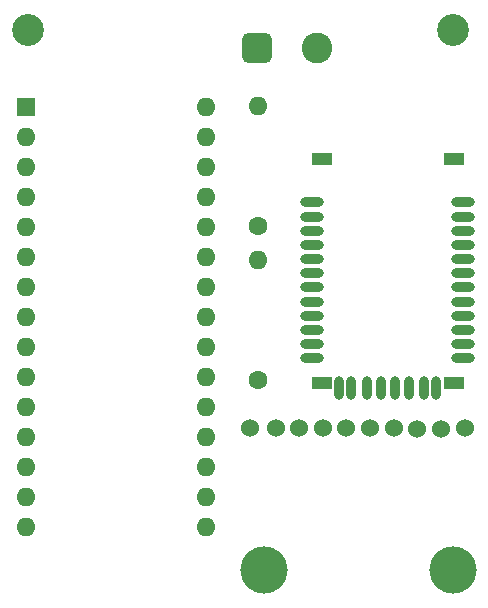
<source format=gbr>
G04 #@! TF.GenerationSoftware,KiCad,Pcbnew,(6.0.2)*
G04 #@! TF.CreationDate,2022-06-05T11:24:39+02:00*
G04 #@! TF.ProjectId,Whame,5768616d-652e-46b6-9963-61645f706362,rev?*
G04 #@! TF.SameCoordinates,Original*
G04 #@! TF.FileFunction,Soldermask,Top*
G04 #@! TF.FilePolarity,Negative*
%FSLAX46Y46*%
G04 Gerber Fmt 4.6, Leading zero omitted, Abs format (unit mm)*
G04 Created by KiCad (PCBNEW (6.0.2)) date 2022-06-05 11:24:39*
%MOMM*%
%LPD*%
G01*
G04 APERTURE LIST*
G04 Aperture macros list*
%AMRoundRect*
0 Rectangle with rounded corners*
0 $1 Rounding radius*
0 $2 $3 $4 $5 $6 $7 $8 $9 X,Y pos of 4 corners*
0 Add a 4 corners polygon primitive as box body*
4,1,4,$2,$3,$4,$5,$6,$7,$8,$9,$2,$3,0*
0 Add four circle primitives for the rounded corners*
1,1,$1+$1,$2,$3*
1,1,$1+$1,$4,$5*
1,1,$1+$1,$6,$7*
1,1,$1+$1,$8,$9*
0 Add four rect primitives between the rounded corners*
20,1,$1+$1,$2,$3,$4,$5,0*
20,1,$1+$1,$4,$5,$6,$7,0*
20,1,$1+$1,$6,$7,$8,$9,0*
20,1,$1+$1,$8,$9,$2,$3,0*%
G04 Aperture macros list end*
%ADD10C,1.524000*%
%ADD11C,4.000000*%
%ADD12C,1.600000*%
%ADD13O,1.600000X1.600000*%
%ADD14O,2.000000X0.800000*%
%ADD15O,0.800000X2.000000*%
%ADD16R,1.800000X1.000000*%
%ADD17R,1.600000X1.600000*%
%ADD18C,2.700000*%
%ADD19RoundRect,0.650000X-0.650000X-0.650000X0.650000X-0.650000X0.650000X0.650000X-0.650000X0.650000X0*%
%ADD20C,2.600000*%
G04 APERTURE END LIST*
D10*
G04 #@! TO.C,U2*
X163500000Y-93170000D03*
X161500000Y-93250000D03*
X159500000Y-93250000D03*
X157500000Y-93170000D03*
X155500000Y-93170000D03*
X153500000Y-93170000D03*
X151500000Y-93170000D03*
X149500000Y-93170000D03*
X147500000Y-93170000D03*
X145340000Y-93170000D03*
D11*
X146500000Y-105170000D03*
X162500000Y-105170000D03*
G04 #@! TD*
D12*
G04 #@! TO.C,R1*
X146000000Y-76080000D03*
D13*
X146000000Y-65920000D03*
G04 #@! TD*
D14*
G04 #@! TO.C,U1*
X150600000Y-74050000D03*
X150600000Y-75250000D03*
X150600000Y-76450000D03*
X150600000Y-77650000D03*
X150600000Y-78850000D03*
X150600000Y-80050000D03*
X150600000Y-81250000D03*
X150600000Y-82450000D03*
X150600000Y-83650000D03*
X150600000Y-84850000D03*
X150600000Y-86050000D03*
X150600000Y-87250000D03*
X163400000Y-87250000D03*
X163400000Y-86050000D03*
X163400000Y-84850000D03*
X163400000Y-83650000D03*
X163400000Y-82450000D03*
X163400000Y-81250000D03*
X163400000Y-80050000D03*
X163400000Y-78850000D03*
X163400000Y-77650000D03*
X163400000Y-76450000D03*
X163400000Y-75250000D03*
X163400000Y-74050000D03*
D15*
X160100000Y-89750000D03*
X153900000Y-89750000D03*
X161100000Y-89750000D03*
X158800000Y-89750000D03*
X157600000Y-89750000D03*
X156400000Y-89750000D03*
X155200000Y-89750000D03*
X152900000Y-89750000D03*
D16*
X162600000Y-89350000D03*
X151400000Y-70350000D03*
X151400000Y-89350000D03*
X162600000Y-70350000D03*
G04 #@! TD*
D13*
G04 #@! TO.C,A1*
X141630000Y-65950000D03*
X141630000Y-68490000D03*
X141630000Y-71030000D03*
X141630000Y-73570000D03*
X141630000Y-76110000D03*
X141630000Y-78650000D03*
X141630000Y-81190000D03*
X141630000Y-83730000D03*
X141630000Y-86270000D03*
X141630000Y-88810000D03*
X141630000Y-91350000D03*
X141630000Y-93890000D03*
X141630000Y-96430000D03*
X141630000Y-98970000D03*
X141630000Y-101510000D03*
X126390000Y-101510000D03*
X126390000Y-98970000D03*
X126390000Y-96430000D03*
X126390000Y-93890000D03*
X126390000Y-91350000D03*
X126390000Y-88810000D03*
X126390000Y-86270000D03*
X126390000Y-83730000D03*
X126390000Y-81190000D03*
X126390000Y-78650000D03*
X126390000Y-76110000D03*
X126390000Y-73570000D03*
X126390000Y-71030000D03*
X126390000Y-68490000D03*
D17*
X126390000Y-65950000D03*
G04 #@! TD*
D18*
G04 #@! TO.C,REF\u002A\u002A*
X126500000Y-59500000D03*
G04 #@! TD*
D19*
G04 #@! TO.C,J1*
X145960000Y-61000000D03*
D20*
X151040000Y-61000000D03*
G04 #@! TD*
D12*
G04 #@! TO.C,R2*
X146000000Y-89080000D03*
D13*
X146000000Y-78920000D03*
G04 #@! TD*
D18*
G04 #@! TO.C,REF\u002A\u002A*
X162500000Y-59500000D03*
G04 #@! TD*
M02*

</source>
